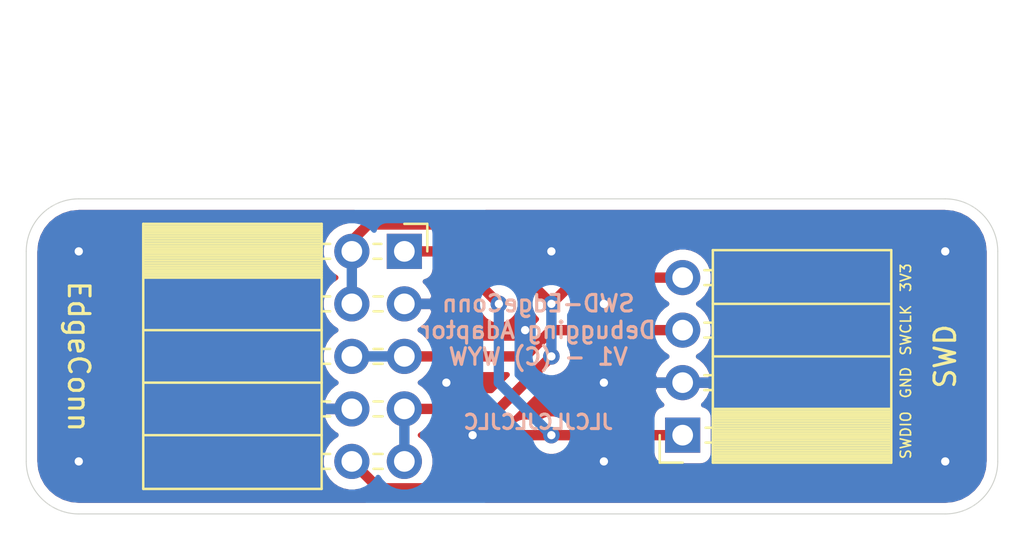
<source format=kicad_pcb>
(kicad_pcb (version 20171130) (host pcbnew "(5.1.9-0-10_14)")

  (general
    (thickness 1.6)
    (drawings 27)
    (tracks 39)
    (zones 0)
    (modules 2)
    (nets 5)
  )

  (page A4)
  (layers
    (0 F.Cu signal)
    (31 B.Cu signal)
    (32 B.Adhes user)
    (33 F.Adhes user)
    (34 B.Paste user)
    (35 F.Paste user)
    (36 B.SilkS user)
    (37 F.SilkS user)
    (38 B.Mask user)
    (39 F.Mask user)
    (40 Dwgs.User user)
    (41 Cmts.User user)
    (42 Eco1.User user)
    (43 Eco2.User user)
    (44 Edge.Cuts user)
    (45 Margin user)
    (46 B.CrtYd user)
    (47 F.CrtYd user)
    (48 B.Fab user hide)
    (49 F.Fab user hide)
  )

  (setup
    (last_trace_width 0.5)
    (user_trace_width 0.5)
    (trace_clearance 0.2)
    (zone_clearance 0.508)
    (zone_45_only no)
    (trace_min 0.2)
    (via_size 0.8)
    (via_drill 0.4)
    (via_min_size 0.4)
    (via_min_drill 0.3)
    (uvia_size 0.3)
    (uvia_drill 0.1)
    (uvias_allowed no)
    (uvia_min_size 0.2)
    (uvia_min_drill 0.1)
    (edge_width 0.05)
    (segment_width 0.2)
    (pcb_text_width 0.3)
    (pcb_text_size 1.5 1.5)
    (mod_edge_width 0.12)
    (mod_text_size 1 1)
    (mod_text_width 0.15)
    (pad_size 1.524 1.524)
    (pad_drill 0.762)
    (pad_to_mask_clearance 0)
    (aux_axis_origin 0 0)
    (visible_elements FFFFFF7F)
    (pcbplotparams
      (layerselection 0x010fc_ffffffff)
      (usegerberextensions false)
      (usegerberattributes true)
      (usegerberadvancedattributes true)
      (creategerberjobfile true)
      (excludeedgelayer true)
      (linewidth 0.100000)
      (plotframeref false)
      (viasonmask false)
      (mode 1)
      (useauxorigin false)
      (hpglpennumber 1)
      (hpglpenspeed 20)
      (hpglpendiameter 15.000000)
      (psnegative false)
      (psa4output false)
      (plotreference true)
      (plotvalue true)
      (plotinvisibletext false)
      (padsonsilk false)
      (subtractmaskfromsilk false)
      (outputformat 1)
      (mirror false)
      (drillshape 0)
      (scaleselection 1)
      (outputdirectory "Release/"))
  )

  (net 0 "")
  (net 1 SWDIO)
  (net 2 3V3)
  (net 3 GND)
  (net 4 SWCLK)

  (net_class Default "This is the default net class."
    (clearance 0.2)
    (trace_width 0.25)
    (via_dia 0.8)
    (via_drill 0.4)
    (uvia_dia 0.3)
    (uvia_drill 0.1)
    (add_net 3V3)
    (add_net GND)
    (add_net SWCLK)
    (add_net SWDIO)
  )

  (module Connector_PinSocket_2.54mm:PinSocket_1x04_P2.54mm_Horizontal (layer F.Cu) (tedit 5A19A424) (tstamp 6133E2DA)
    (at 158.75 96.52 180)
    (descr "Through hole angled socket strip, 1x04, 2.54mm pitch, 8.51mm socket length, single row (from Kicad 4.0.7), script generated")
    (tags "Through hole angled socket strip THT 1x04 2.54mm single row")
    (path /61339EB4)
    (fp_text reference J2 (at -4.38 -2.77) (layer F.Fab)
      (effects (font (size 1 1) (thickness 0.15)))
    )
    (fp_text value Conn_01x04_Female (at -4.38 10.39) (layer F.Fab)
      (effects (font (size 1 1) (thickness 0.15)))
    )
    (fp_text user %R (at -5.775 3.81 90) (layer F.Fab)
      (effects (font (size 1 1) (thickness 0.15)))
    )
    (fp_line (start -10.03 -1.27) (end -2.49 -1.27) (layer F.Fab) (width 0.1))
    (fp_line (start -2.49 -1.27) (end -1.52 -0.3) (layer F.Fab) (width 0.1))
    (fp_line (start -1.52 -0.3) (end -1.52 8.89) (layer F.Fab) (width 0.1))
    (fp_line (start -1.52 8.89) (end -10.03 8.89) (layer F.Fab) (width 0.1))
    (fp_line (start -10.03 8.89) (end -10.03 -1.27) (layer F.Fab) (width 0.1))
    (fp_line (start 0 -0.3) (end -1.52 -0.3) (layer F.Fab) (width 0.1))
    (fp_line (start -1.52 0.3) (end 0 0.3) (layer F.Fab) (width 0.1))
    (fp_line (start 0 0.3) (end 0 -0.3) (layer F.Fab) (width 0.1))
    (fp_line (start 0 2.24) (end -1.52 2.24) (layer F.Fab) (width 0.1))
    (fp_line (start -1.52 2.84) (end 0 2.84) (layer F.Fab) (width 0.1))
    (fp_line (start 0 2.84) (end 0 2.24) (layer F.Fab) (width 0.1))
    (fp_line (start 0 4.78) (end -1.52 4.78) (layer F.Fab) (width 0.1))
    (fp_line (start -1.52 5.38) (end 0 5.38) (layer F.Fab) (width 0.1))
    (fp_line (start 0 5.38) (end 0 4.78) (layer F.Fab) (width 0.1))
    (fp_line (start 0 7.32) (end -1.52 7.32) (layer F.Fab) (width 0.1))
    (fp_line (start -1.52 7.92) (end 0 7.92) (layer F.Fab) (width 0.1))
    (fp_line (start 0 7.92) (end 0 7.32) (layer F.Fab) (width 0.1))
    (fp_line (start -10.09 -1.21) (end -1.46 -1.21) (layer F.SilkS) (width 0.12))
    (fp_line (start -10.09 -1.091905) (end -1.46 -1.091905) (layer F.SilkS) (width 0.12))
    (fp_line (start -10.09 -0.97381) (end -1.46 -0.97381) (layer F.SilkS) (width 0.12))
    (fp_line (start -10.09 -0.855715) (end -1.46 -0.855715) (layer F.SilkS) (width 0.12))
    (fp_line (start -10.09 -0.73762) (end -1.46 -0.73762) (layer F.SilkS) (width 0.12))
    (fp_line (start -10.09 -0.619525) (end -1.46 -0.619525) (layer F.SilkS) (width 0.12))
    (fp_line (start -10.09 -0.50143) (end -1.46 -0.50143) (layer F.SilkS) (width 0.12))
    (fp_line (start -10.09 -0.383335) (end -1.46 -0.383335) (layer F.SilkS) (width 0.12))
    (fp_line (start -10.09 -0.26524) (end -1.46 -0.26524) (layer F.SilkS) (width 0.12))
    (fp_line (start -10.09 -0.147145) (end -1.46 -0.147145) (layer F.SilkS) (width 0.12))
    (fp_line (start -10.09 -0.02905) (end -1.46 -0.02905) (layer F.SilkS) (width 0.12))
    (fp_line (start -10.09 0.089045) (end -1.46 0.089045) (layer F.SilkS) (width 0.12))
    (fp_line (start -10.09 0.20714) (end -1.46 0.20714) (layer F.SilkS) (width 0.12))
    (fp_line (start -10.09 0.325235) (end -1.46 0.325235) (layer F.SilkS) (width 0.12))
    (fp_line (start -10.09 0.44333) (end -1.46 0.44333) (layer F.SilkS) (width 0.12))
    (fp_line (start -10.09 0.561425) (end -1.46 0.561425) (layer F.SilkS) (width 0.12))
    (fp_line (start -10.09 0.67952) (end -1.46 0.67952) (layer F.SilkS) (width 0.12))
    (fp_line (start -10.09 0.797615) (end -1.46 0.797615) (layer F.SilkS) (width 0.12))
    (fp_line (start -10.09 0.91571) (end -1.46 0.91571) (layer F.SilkS) (width 0.12))
    (fp_line (start -10.09 1.033805) (end -1.46 1.033805) (layer F.SilkS) (width 0.12))
    (fp_line (start -10.09 1.1519) (end -1.46 1.1519) (layer F.SilkS) (width 0.12))
    (fp_line (start -1.46 -0.36) (end -1.11 -0.36) (layer F.SilkS) (width 0.12))
    (fp_line (start -1.46 0.36) (end -1.11 0.36) (layer F.SilkS) (width 0.12))
    (fp_line (start -1.46 2.18) (end -1.05 2.18) (layer F.SilkS) (width 0.12))
    (fp_line (start -1.46 2.9) (end -1.05 2.9) (layer F.SilkS) (width 0.12))
    (fp_line (start -1.46 4.72) (end -1.05 4.72) (layer F.SilkS) (width 0.12))
    (fp_line (start -1.46 5.44) (end -1.05 5.44) (layer F.SilkS) (width 0.12))
    (fp_line (start -1.46 7.26) (end -1.05 7.26) (layer F.SilkS) (width 0.12))
    (fp_line (start -1.46 7.98) (end -1.05 7.98) (layer F.SilkS) (width 0.12))
    (fp_line (start -10.09 1.27) (end -1.46 1.27) (layer F.SilkS) (width 0.12))
    (fp_line (start -10.09 3.81) (end -1.46 3.81) (layer F.SilkS) (width 0.12))
    (fp_line (start -10.09 6.35) (end -1.46 6.35) (layer F.SilkS) (width 0.12))
    (fp_line (start -10.09 -1.33) (end -1.46 -1.33) (layer F.SilkS) (width 0.12))
    (fp_line (start -1.46 -1.33) (end -1.46 8.95) (layer F.SilkS) (width 0.12))
    (fp_line (start -10.09 8.95) (end -1.46 8.95) (layer F.SilkS) (width 0.12))
    (fp_line (start -10.09 -1.33) (end -10.09 8.95) (layer F.SilkS) (width 0.12))
    (fp_line (start 1.11 -1.33) (end 1.11 0) (layer F.SilkS) (width 0.12))
    (fp_line (start 0 -1.33) (end 1.11 -1.33) (layer F.SilkS) (width 0.12))
    (fp_line (start 1.75 -1.75) (end -10.55 -1.75) (layer F.CrtYd) (width 0.05))
    (fp_line (start -10.55 -1.75) (end -10.55 9.45) (layer F.CrtYd) (width 0.05))
    (fp_line (start -10.55 9.45) (end 1.75 9.45) (layer F.CrtYd) (width 0.05))
    (fp_line (start 1.75 9.45) (end 1.75 -1.75) (layer F.CrtYd) (width 0.05))
    (pad 4 thru_hole oval (at 0 7.62 180) (size 1.7 1.7) (drill 1) (layers *.Cu *.Mask)
      (net 2 3V3))
    (pad 3 thru_hole oval (at 0 5.08 180) (size 1.7 1.7) (drill 1) (layers *.Cu *.Mask)
      (net 4 SWCLK))
    (pad 2 thru_hole oval (at 0 2.54 180) (size 1.7 1.7) (drill 1) (layers *.Cu *.Mask)
      (net 3 GND))
    (pad 1 thru_hole rect (at 0 0 180) (size 1.7 1.7) (drill 1) (layers *.Cu *.Mask)
      (net 1 SWDIO))
    (model ${KISYS3DMOD}/Connector_PinSocket_2.54mm.3dshapes/PinSocket_1x04_P2.54mm_Horizontal.wrl
      (at (xyz 0 0 0))
      (scale (xyz 1 1 1))
      (rotate (xyz 0 0 0))
    )
  )

  (module Connector_PinSocket_2.54mm:PinSocket_2x05_P2.54mm_Horizontal (layer F.Cu) (tedit 5A19A422) (tstamp 6133E296)
    (at 145.288 87.63)
    (descr "Through hole angled socket strip, 2x05, 2.54mm pitch, 8.51mm socket length, double cols (from Kicad 4.0.7), script generated")
    (tags "Through hole angled socket strip THT 2x05 2.54mm double row")
    (path /613389D8)
    (fp_text reference J1 (at -5.65 -2.77) (layer F.Fab)
      (effects (font (size 1 1) (thickness 0.15)))
    )
    (fp_text value Conn_02x05_Odd_Even (at -5.65 12.93) (layer F.Fab)
      (effects (font (size 1 1) (thickness 0.15)))
    )
    (fp_text user %R (at -8.315 5.08 90) (layer F.Fab)
      (effects (font (size 1 1) (thickness 0.15)))
    )
    (fp_line (start -12.57 -1.27) (end -5.03 -1.27) (layer F.Fab) (width 0.1))
    (fp_line (start -5.03 -1.27) (end -4.06 -0.3) (layer F.Fab) (width 0.1))
    (fp_line (start -4.06 -0.3) (end -4.06 11.43) (layer F.Fab) (width 0.1))
    (fp_line (start -4.06 11.43) (end -12.57 11.43) (layer F.Fab) (width 0.1))
    (fp_line (start -12.57 11.43) (end -12.57 -1.27) (layer F.Fab) (width 0.1))
    (fp_line (start 0 -0.3) (end -4.06 -0.3) (layer F.Fab) (width 0.1))
    (fp_line (start -4.06 0.3) (end 0 0.3) (layer F.Fab) (width 0.1))
    (fp_line (start 0 0.3) (end 0 -0.3) (layer F.Fab) (width 0.1))
    (fp_line (start 0 2.24) (end -4.06 2.24) (layer F.Fab) (width 0.1))
    (fp_line (start -4.06 2.84) (end 0 2.84) (layer F.Fab) (width 0.1))
    (fp_line (start 0 2.84) (end 0 2.24) (layer F.Fab) (width 0.1))
    (fp_line (start 0 4.78) (end -4.06 4.78) (layer F.Fab) (width 0.1))
    (fp_line (start -4.06 5.38) (end 0 5.38) (layer F.Fab) (width 0.1))
    (fp_line (start 0 5.38) (end 0 4.78) (layer F.Fab) (width 0.1))
    (fp_line (start 0 7.32) (end -4.06 7.32) (layer F.Fab) (width 0.1))
    (fp_line (start -4.06 7.92) (end 0 7.92) (layer F.Fab) (width 0.1))
    (fp_line (start 0 7.92) (end 0 7.32) (layer F.Fab) (width 0.1))
    (fp_line (start 0 9.86) (end -4.06 9.86) (layer F.Fab) (width 0.1))
    (fp_line (start -4.06 10.46) (end 0 10.46) (layer F.Fab) (width 0.1))
    (fp_line (start 0 10.46) (end 0 9.86) (layer F.Fab) (width 0.1))
    (fp_line (start -12.63 -1.21) (end -4 -1.21) (layer F.SilkS) (width 0.12))
    (fp_line (start -12.63 -1.091905) (end -4 -1.091905) (layer F.SilkS) (width 0.12))
    (fp_line (start -12.63 -0.97381) (end -4 -0.97381) (layer F.SilkS) (width 0.12))
    (fp_line (start -12.63 -0.855715) (end -4 -0.855715) (layer F.SilkS) (width 0.12))
    (fp_line (start -12.63 -0.73762) (end -4 -0.73762) (layer F.SilkS) (width 0.12))
    (fp_line (start -12.63 -0.619525) (end -4 -0.619525) (layer F.SilkS) (width 0.12))
    (fp_line (start -12.63 -0.50143) (end -4 -0.50143) (layer F.SilkS) (width 0.12))
    (fp_line (start -12.63 -0.383335) (end -4 -0.383335) (layer F.SilkS) (width 0.12))
    (fp_line (start -12.63 -0.26524) (end -4 -0.26524) (layer F.SilkS) (width 0.12))
    (fp_line (start -12.63 -0.147145) (end -4 -0.147145) (layer F.SilkS) (width 0.12))
    (fp_line (start -12.63 -0.02905) (end -4 -0.02905) (layer F.SilkS) (width 0.12))
    (fp_line (start -12.63 0.089045) (end -4 0.089045) (layer F.SilkS) (width 0.12))
    (fp_line (start -12.63 0.20714) (end -4 0.20714) (layer F.SilkS) (width 0.12))
    (fp_line (start -12.63 0.325235) (end -4 0.325235) (layer F.SilkS) (width 0.12))
    (fp_line (start -12.63 0.44333) (end -4 0.44333) (layer F.SilkS) (width 0.12))
    (fp_line (start -12.63 0.561425) (end -4 0.561425) (layer F.SilkS) (width 0.12))
    (fp_line (start -12.63 0.67952) (end -4 0.67952) (layer F.SilkS) (width 0.12))
    (fp_line (start -12.63 0.797615) (end -4 0.797615) (layer F.SilkS) (width 0.12))
    (fp_line (start -12.63 0.91571) (end -4 0.91571) (layer F.SilkS) (width 0.12))
    (fp_line (start -12.63 1.033805) (end -4 1.033805) (layer F.SilkS) (width 0.12))
    (fp_line (start -12.63 1.1519) (end -4 1.1519) (layer F.SilkS) (width 0.12))
    (fp_line (start -4 -0.36) (end -3.59 -0.36) (layer F.SilkS) (width 0.12))
    (fp_line (start -1.49 -0.36) (end -1.11 -0.36) (layer F.SilkS) (width 0.12))
    (fp_line (start -4 0.36) (end -3.59 0.36) (layer F.SilkS) (width 0.12))
    (fp_line (start -1.49 0.36) (end -1.11 0.36) (layer F.SilkS) (width 0.12))
    (fp_line (start -4 2.18) (end -3.59 2.18) (layer F.SilkS) (width 0.12))
    (fp_line (start -1.49 2.18) (end -1.05 2.18) (layer F.SilkS) (width 0.12))
    (fp_line (start -4 2.9) (end -3.59 2.9) (layer F.SilkS) (width 0.12))
    (fp_line (start -1.49 2.9) (end -1.05 2.9) (layer F.SilkS) (width 0.12))
    (fp_line (start -4 4.72) (end -3.59 4.72) (layer F.SilkS) (width 0.12))
    (fp_line (start -1.49 4.72) (end -1.05 4.72) (layer F.SilkS) (width 0.12))
    (fp_line (start -4 5.44) (end -3.59 5.44) (layer F.SilkS) (width 0.12))
    (fp_line (start -1.49 5.44) (end -1.05 5.44) (layer F.SilkS) (width 0.12))
    (fp_line (start -4 7.26) (end -3.59 7.26) (layer F.SilkS) (width 0.12))
    (fp_line (start -1.49 7.26) (end -1.05 7.26) (layer F.SilkS) (width 0.12))
    (fp_line (start -4 7.98) (end -3.59 7.98) (layer F.SilkS) (width 0.12))
    (fp_line (start -1.49 7.98) (end -1.05 7.98) (layer F.SilkS) (width 0.12))
    (fp_line (start -4 9.8) (end -3.59 9.8) (layer F.SilkS) (width 0.12))
    (fp_line (start -1.49 9.8) (end -1.05 9.8) (layer F.SilkS) (width 0.12))
    (fp_line (start -4 10.52) (end -3.59 10.52) (layer F.SilkS) (width 0.12))
    (fp_line (start -1.49 10.52) (end -1.05 10.52) (layer F.SilkS) (width 0.12))
    (fp_line (start -12.63 1.27) (end -4 1.27) (layer F.SilkS) (width 0.12))
    (fp_line (start -12.63 3.81) (end -4 3.81) (layer F.SilkS) (width 0.12))
    (fp_line (start -12.63 6.35) (end -4 6.35) (layer F.SilkS) (width 0.12))
    (fp_line (start -12.63 8.89) (end -4 8.89) (layer F.SilkS) (width 0.12))
    (fp_line (start -12.63 -1.33) (end -4 -1.33) (layer F.SilkS) (width 0.12))
    (fp_line (start -4 -1.33) (end -4 11.49) (layer F.SilkS) (width 0.12))
    (fp_line (start -12.63 11.49) (end -4 11.49) (layer F.SilkS) (width 0.12))
    (fp_line (start -12.63 -1.33) (end -12.63 11.49) (layer F.SilkS) (width 0.12))
    (fp_line (start 1.11 -1.33) (end 1.11 0) (layer F.SilkS) (width 0.12))
    (fp_line (start 0 -1.33) (end 1.11 -1.33) (layer F.SilkS) (width 0.12))
    (fp_line (start 1.8 -1.75) (end -13.05 -1.75) (layer F.CrtYd) (width 0.05))
    (fp_line (start -13.05 -1.75) (end -13.05 11.95) (layer F.CrtYd) (width 0.05))
    (fp_line (start -13.05 11.95) (end 1.8 11.95) (layer F.CrtYd) (width 0.05))
    (fp_line (start 1.8 11.95) (end 1.8 -1.75) (layer F.CrtYd) (width 0.05))
    (pad 10 thru_hole oval (at -2.54 10.16) (size 1.7 1.7) (drill 1) (layers *.Cu *.Mask)
      (net 1 SWDIO))
    (pad 9 thru_hole oval (at 0 10.16) (size 1.7 1.7) (drill 1) (layers *.Cu *.Mask)
      (net 2 3V3))
    (pad 8 thru_hole oval (at -2.54 7.62) (size 1.7 1.7) (drill 1) (layers *.Cu *.Mask)
      (net 3 GND))
    (pad 7 thru_hole oval (at 0 7.62) (size 1.7 1.7) (drill 1) (layers *.Cu *.Mask)
      (net 2 3V3))
    (pad 6 thru_hole oval (at -2.54 5.08) (size 1.7 1.7) (drill 1) (layers *.Cu *.Mask)
      (net 4 SWCLK))
    (pad 5 thru_hole oval (at 0 5.08) (size 1.7 1.7) (drill 1) (layers *.Cu *.Mask)
      (net 4 SWCLK))
    (pad 4 thru_hole oval (at -2.54 2.54) (size 1.7 1.7) (drill 1) (layers *.Cu *.Mask)
      (net 2 3V3))
    (pad 3 thru_hole oval (at 0 2.54) (size 1.7 1.7) (drill 1) (layers *.Cu *.Mask)
      (net 3 GND))
    (pad 2 thru_hole oval (at -2.54 0) (size 1.7 1.7) (drill 1) (layers *.Cu *.Mask)
      (net 2 3V3))
    (pad 1 thru_hole rect (at 0 0) (size 1.7 1.7) (drill 1) (layers *.Cu *.Mask)
      (net 1 SWDIO))
    (model ${KISYS3DMOD}/Connector_PinSocket_2.54mm.3dshapes/PinSocket_2x05_P2.54mm_Horizontal.wrl
      (at (xyz 0 0 0))
      (scale (xyz 1 1 1))
      (rotate (xyz 0 0 0))
    )
  )

  (gr_text SWDIO (at 169.545 96.52 90) (layer F.SilkS) (tstamp 6133EB80)
    (effects (font (size 0.5 0.5) (thickness 0.08)))
  )
  (gr_text GND (at 169.545 93.98 90) (layer F.SilkS) (tstamp 6133EB80)
    (effects (font (size 0.5 0.5) (thickness 0.08)))
  )
  (gr_text 3V3 (at 169.545 88.9 90) (layer F.SilkS) (tstamp 6133EB80)
    (effects (font (size 0.5 0.5) (thickness 0.08)))
  )
  (gr_text SWCLK (at 169.545 91.44 90) (layer F.SilkS) (tstamp 6133EAA3)
    (effects (font (size 0.5 0.5) (thickness 0.08)))
  )
  (gr_arc (start 129.54 97.79) (end 127.254 97.79) (angle -90) (layer Margin) (width 0.15))
  (gr_arc (start 129.54 87.63) (end 129.54 85.344) (angle -90) (layer Margin) (width 0.15))
  (gr_arc (start 171.45 97.79) (end 171.45 100.076) (angle -90) (layer Margin) (width 0.15))
  (gr_arc (start 171.45 87.63) (end 173.736 87.63) (angle -90) (layer Margin) (width 0.15))
  (gr_line (start 173.736 97.79) (end 173.736 87.63) (layer Margin) (width 0.15))
  (gr_line (start 129.54 100.076) (end 171.45 100.076) (layer Margin) (width 0.15))
  (gr_line (start 127.254 87.63) (end 127.254 97.79) (layer Margin) (width 0.15))
  (gr_line (start 171.45 85.344) (end 129.54 85.344) (layer Margin) (width 0.15))
  (gr_text JLCJLCJLCJLC (at 151.765 95.885) (layer B.SilkS) (tstamp 6133E704)
    (effects (font (size 0.7 0.7) (thickness 0.15)) (justify mirror))
  )
  (dimension 24.13 (width 0.12) (layer Dwgs.User)
    (gr_text "24.130 mm" (at 161.925 80.01) (layer Dwgs.User)
      (effects (font (size 1 1) (thickness 0.15)))
    )
    (feature1 (pts (xy 149.86 83.82) (xy 149.86 80.693579)))
    (feature2 (pts (xy 173.99 83.82) (xy 173.99 80.693579)))
    (crossbar (pts (xy 173.99 81.28) (xy 149.86 81.28)))
    (arrow1a (pts (xy 149.86 81.28) (xy 150.986504 80.693579)))
    (arrow1b (pts (xy 149.86 81.28) (xy 150.986504 81.866421)))
    (arrow2a (pts (xy 173.99 81.28) (xy 172.863496 80.693579)))
    (arrow2b (pts (xy 173.99 81.28) (xy 172.863496 81.866421)))
  )
  (dimension 24.13 (width 0.12) (layer Dwgs.User)
    (gr_text "24.130 mm" (at 139.065 78.74) (layer Dwgs.User)
      (effects (font (size 1 1) (thickness 0.15)))
    )
    (feature1 (pts (xy 151.13 83.82) (xy 151.13 79.423579)))
    (feature2 (pts (xy 127 83.82) (xy 127 79.423579)))
    (crossbar (pts (xy 127 80.01) (xy 151.13 80.01)))
    (arrow1a (pts (xy 151.13 80.01) (xy 150.003496 80.596421)))
    (arrow1b (pts (xy 151.13 80.01) (xy 150.003496 79.423579)))
    (arrow2a (pts (xy 127 80.01) (xy 128.126504 80.596421)))
    (arrow2b (pts (xy 127 80.01) (xy 128.126504 79.423579)))
  )
  (dimension 46.99 (width 0.12) (layer Dwgs.User)
    (gr_text "46.990 mm" (at 150.495 76.2) (layer Dwgs.User)
      (effects (font (size 1 1) (thickness 0.15)))
    )
    (feature1 (pts (xy 173.99 82.55) (xy 173.99 76.883579)))
    (feature2 (pts (xy 127 82.55) (xy 127 76.883579)))
    (crossbar (pts (xy 127 77.47) (xy 173.99 77.47)))
    (arrow1a (pts (xy 173.99 77.47) (xy 172.863496 78.056421)))
    (arrow1b (pts (xy 173.99 77.47) (xy 172.863496 76.883579)))
    (arrow2a (pts (xy 127 77.47) (xy 128.126504 78.056421)))
    (arrow2b (pts (xy 127 77.47) (xy 128.126504 76.883579)))
  )
  (gr_text "SWD-EdgeConn\nDebugging Adaptor\nV1 - (C) WYW" (at 151.765 91.44) (layer B.SilkS) (tstamp 6133E6F5)
    (effects (font (size 0.8 0.8) (thickness 0.15)) (justify mirror))
  )
  (gr_text SWD (at 171.45 92.71 90) (layer F.SilkS) (tstamp 6133E6F5)
    (effects (font (size 1 1) (thickness 0.15)))
  )
  (gr_text EdgeConn (at 129.54 92.71 270) (layer F.SilkS)
    (effects (font (size 1 1) (thickness 0.15)))
  )
  (gr_arc (start 171.45 87.63) (end 173.99 87.63) (angle -90) (layer Edge.Cuts) (width 0.05))
  (gr_arc (start 171.45 97.79) (end 171.45 100.33) (angle -90) (layer Edge.Cuts) (width 0.05))
  (gr_arc (start 129.54 97.79) (end 127 97.79) (angle -90) (layer Edge.Cuts) (width 0.05))
  (gr_arc (start 129.54 87.63) (end 129.54 85.09) (angle -90) (layer Edge.Cuts) (width 0.05))
  (gr_line (start 171.45 85.09) (end 129.54 85.09) (layer Edge.Cuts) (width 0.05) (tstamp 6133E647))
  (gr_line (start 173.99 97.79) (end 173.99 87.63) (layer Edge.Cuts) (width 0.05))
  (gr_line (start 129.54 100.33) (end 171.45 100.33) (layer Edge.Cuts) (width 0.05))
  (gr_line (start 127 87.63) (end 127 97.79) (layer Edge.Cuts) (width 0.05))

  (segment (start 147.32 87.63) (end 149.86 90.17) (width 0.5) (layer F.Cu) (net 1))
  (via (at 149.86 90.17) (size 0.8) (drill 0.4) (layers F.Cu B.Cu) (net 1))
  (segment (start 145.288 87.63) (end 147.32 87.63) (width 0.5) (layer F.Cu) (net 1))
  (segment (start 149.86 90.17) (end 149.86 93.98) (width 0.5) (layer B.Cu) (net 1))
  (via (at 152.4 96.52) (size 0.8) (drill 0.4) (layers F.Cu B.Cu) (net 1))
  (segment (start 149.86 93.98) (end 152.4 96.52) (width 0.5) (layer B.Cu) (net 1))
  (segment (start 152.4 96.52) (end 158.75 96.52) (width 0.5) (layer F.Cu) (net 1))
  (segment (start 144.048001 99.090001) (end 148.559999 99.090001) (width 0.5) (layer F.Cu) (net 1))
  (segment (start 142.748 97.79) (end 144.048001 99.090001) (width 0.5) (layer F.Cu) (net 1))
  (segment (start 151.13 96.52) (end 152.4 96.52) (width 0.5) (layer F.Cu) (net 1))
  (segment (start 148.559999 99.090001) (end 151.13 96.52) (width 0.5) (layer F.Cu) (net 1))
  (segment (start 142.748 87.63) (end 142.748 90.17) (width 0.5) (layer B.Cu) (net 2))
  (segment (start 145.288 97.79) (end 145.288 95.25) (width 0.5) (layer B.Cu) (net 2))
  (segment (start 149.86 95.25) (end 152.4 92.71) (width 0.5) (layer F.Cu) (net 2))
  (via (at 152.4 92.71) (size 0.8) (drill 0.4) (layers F.Cu B.Cu) (net 2))
  (segment (start 145.288 95.25) (end 149.86 95.25) (width 0.5) (layer F.Cu) (net 2))
  (via (at 152.4 90.17) (size 0.8) (drill 0.4) (layers F.Cu B.Cu) (net 2))
  (segment (start 152.4 92.71) (end 152.4 90.17) (width 0.5) (layer B.Cu) (net 2))
  (segment (start 152.4 90.17) (end 153.67 88.9) (width 0.5) (layer F.Cu) (net 2))
  (segment (start 153.67 88.9) (end 158.75 88.9) (width 0.5) (layer F.Cu) (net 2))
  (segment (start 142.748 87.63) (end 142.748 87.122) (width 0.5) (layer F.Cu) (net 2))
  (segment (start 143.540001 86.329999) (end 148.559999 86.329999) (width 0.5) (layer F.Cu) (net 2))
  (segment (start 142.748 87.122) (end 143.540001 86.329999) (width 0.5) (layer F.Cu) (net 2))
  (segment (start 148.559999 86.329999) (end 152.4 90.17) (width 0.5) (layer F.Cu) (net 2))
  (via (at 171.45 87.63) (size 0.8) (drill 0.4) (layers F.Cu B.Cu) (net 3))
  (via (at 171.45 97.79) (size 0.8) (drill 0.4) (layers F.Cu B.Cu) (net 3))
  (via (at 129.54 87.63) (size 0.8) (drill 0.4) (layers F.Cu B.Cu) (net 3))
  (via (at 129.54 97.79) (size 0.8) (drill 0.4) (layers F.Cu B.Cu) (net 3))
  (via (at 154.94 90.17) (size 0.8) (drill 0.4) (layers F.Cu B.Cu) (net 3))
  (via (at 154.94 93.98) (size 0.8) (drill 0.4) (layers F.Cu B.Cu) (net 3))
  (via (at 147.32 93.98) (size 0.8) (drill 0.4) (layers F.Cu B.Cu) (net 3))
  (via (at 151.13 91.44) (size 0.8) (drill 0.4) (layers F.Cu B.Cu) (net 3))
  (via (at 148.59 96.52) (size 0.8) (drill 0.4) (layers F.Cu B.Cu) (net 3))
  (via (at 152.4 87.63) (size 0.8) (drill 0.4) (layers F.Cu B.Cu) (net 3))
  (via (at 154.94 97.79) (size 0.8) (drill 0.4) (layers F.Cu B.Cu) (net 3))
  (segment (start 142.748 92.71) (end 145.288 92.71) (width 0.5) (layer B.Cu) (net 4))
  (segment (start 145.288 92.71) (end 151.13 92.71) (width 0.5) (layer F.Cu) (net 4))
  (segment (start 152.4 91.44) (end 158.75 91.44) (width 0.5) (layer F.Cu) (net 4))
  (segment (start 151.13 92.71) (end 152.4 91.44) (width 0.5) (layer F.Cu) (net 4))

  (zone (net 3) (net_name GND) (layer F.Cu) (tstamp 6133EC49) (hatch edge 0.508)
    (connect_pads (clearance 0.508))
    (min_thickness 0.254)
    (fill yes (arc_segments 32) (thermal_gap 0.508) (thermal_bridge_width 0.508))
    (polygon
      (pts
        (xy 175.26 101.6) (xy 125.73 101.6) (xy 125.73 83.82) (xy 175.26 83.82)
      )
    )
    (filled_polygon
      (pts
        (xy 142.441559 86.176862) (xy 142.314842 86.202068) (xy 142.044589 86.31401) (xy 141.801368 86.476525) (xy 141.594525 86.683368)
        (xy 141.43201 86.926589) (xy 141.320068 87.196842) (xy 141.263 87.48374) (xy 141.263 87.77626) (xy 141.320068 88.063158)
        (xy 141.43201 88.333411) (xy 141.594525 88.576632) (xy 141.801368 88.783475) (xy 141.97576 88.9) (xy 141.801368 89.016525)
        (xy 141.594525 89.223368) (xy 141.43201 89.466589) (xy 141.320068 89.736842) (xy 141.263 90.02374) (xy 141.263 90.31626)
        (xy 141.320068 90.603158) (xy 141.43201 90.873411) (xy 141.594525 91.116632) (xy 141.801368 91.323475) (xy 141.97576 91.44)
        (xy 141.801368 91.556525) (xy 141.594525 91.763368) (xy 141.43201 92.006589) (xy 141.320068 92.276842) (xy 141.263 92.56374)
        (xy 141.263 92.85626) (xy 141.320068 93.143158) (xy 141.43201 93.413411) (xy 141.594525 93.656632) (xy 141.801368 93.863475)
        (xy 141.983534 93.985195) (xy 141.866645 94.054822) (xy 141.650412 94.249731) (xy 141.476359 94.48308) (xy 141.351175 94.745901)
        (xy 141.306524 94.89311) (xy 141.427845 95.123) (xy 142.621 95.123) (xy 142.621 95.103) (xy 142.875 95.103)
        (xy 142.875 95.123) (xy 142.895 95.123) (xy 142.895 95.377) (xy 142.875 95.377) (xy 142.875 95.397)
        (xy 142.621 95.397) (xy 142.621 95.377) (xy 141.427845 95.377) (xy 141.306524 95.60689) (xy 141.351175 95.754099)
        (xy 141.476359 96.01692) (xy 141.650412 96.250269) (xy 141.866645 96.445178) (xy 141.983534 96.514805) (xy 141.801368 96.636525)
        (xy 141.594525 96.843368) (xy 141.43201 97.086589) (xy 141.320068 97.356842) (xy 141.263 97.64374) (xy 141.263 97.93626)
        (xy 141.320068 98.223158) (xy 141.43201 98.493411) (xy 141.594525 98.736632) (xy 141.801368 98.943475) (xy 142.044589 99.10599)
        (xy 142.314842 99.217932) (xy 142.60174 99.275) (xy 142.89426 99.275) (xy 142.96696 99.260539) (xy 143.376421 99.67)
        (xy 129.572279 99.67) (xy 129.175455 99.631091) (xy 128.824794 99.52522) (xy 128.501377 99.353257) (xy 128.217518 99.121748)
        (xy 127.984035 98.839514) (xy 127.809816 98.517304) (xy 127.701498 98.167385) (xy 127.66 97.772557) (xy 127.66 87.662279)
        (xy 127.698909 87.265455) (xy 127.80478 86.914792) (xy 127.976744 86.591375) (xy 128.208254 86.307516) (xy 128.490486 86.074035)
        (xy 128.812695 85.899817) (xy 129.162614 85.791498) (xy 129.557443 85.75) (xy 142.868421 85.75)
      )
    )
    (filled_polygon
      (pts
        (xy 171.814545 85.788909) (xy 172.165208 85.89478) (xy 172.488625 86.066744) (xy 172.772484 86.298254) (xy 173.005965 86.580486)
        (xy 173.180183 86.902695) (xy 173.288502 87.252614) (xy 173.330001 87.647452) (xy 173.33 97.757721) (xy 173.291091 98.154545)
        (xy 173.18522 98.505206) (xy 173.013257 98.828623) (xy 172.781748 99.112482) (xy 172.499514 99.345965) (xy 172.177304 99.520184)
        (xy 171.827385 99.628502) (xy 171.432557 99.67) (xy 149.231578 99.67) (xy 151.496579 97.405) (xy 151.861546 97.405)
        (xy 151.909744 97.437205) (xy 152.098102 97.515226) (xy 152.298061 97.555) (xy 152.501939 97.555) (xy 152.701898 97.515226)
        (xy 152.890256 97.437205) (xy 152.938454 97.405) (xy 157.265375 97.405) (xy 157.274188 97.494482) (xy 157.310498 97.61418)
        (xy 157.369463 97.724494) (xy 157.448815 97.821185) (xy 157.545506 97.900537) (xy 157.65582 97.959502) (xy 157.775518 97.995812)
        (xy 157.9 98.008072) (xy 159.6 98.008072) (xy 159.724482 97.995812) (xy 159.84418 97.959502) (xy 159.954494 97.900537)
        (xy 160.051185 97.821185) (xy 160.130537 97.724494) (xy 160.189502 97.61418) (xy 160.225812 97.494482) (xy 160.238072 97.37)
        (xy 160.238072 95.67) (xy 160.225812 95.545518) (xy 160.189502 95.42582) (xy 160.130537 95.315506) (xy 160.051185 95.218815)
        (xy 159.954494 95.139463) (xy 159.84418 95.080498) (xy 159.763534 95.056034) (xy 159.847588 94.980269) (xy 160.021641 94.74692)
        (xy 160.146825 94.484099) (xy 160.191476 94.33689) (xy 160.070155 94.107) (xy 158.877 94.107) (xy 158.877 94.127)
        (xy 158.623 94.127) (xy 158.623 94.107) (xy 157.429845 94.107) (xy 157.308524 94.33689) (xy 157.353175 94.484099)
        (xy 157.478359 94.74692) (xy 157.652412 94.980269) (xy 157.736466 95.056034) (xy 157.65582 95.080498) (xy 157.545506 95.139463)
        (xy 157.448815 95.218815) (xy 157.369463 95.315506) (xy 157.310498 95.42582) (xy 157.274188 95.545518) (xy 157.265375 95.635)
        (xy 152.938454 95.635) (xy 152.890256 95.602795) (xy 152.701898 95.524774) (xy 152.501939 95.485) (xy 152.298061 95.485)
        (xy 152.098102 95.524774) (xy 151.909744 95.602795) (xy 151.861546 95.635) (xy 151.173465 95.635) (xy 151.129999 95.630719)
        (xy 151.086533 95.635) (xy 151.086523 95.635) (xy 150.95651 95.647805) (xy 150.789687 95.698411) (xy 150.635941 95.780589)
        (xy 150.635939 95.78059) (xy 150.63594 95.78059) (xy 150.534953 95.863468) (xy 150.534951 95.86347) (xy 150.501183 95.891183)
        (xy 150.47347 95.924951) (xy 148.193421 98.205001) (xy 146.719544 98.205001) (xy 146.773 97.93626) (xy 146.773 97.64374)
        (xy 146.715932 97.356842) (xy 146.60399 97.086589) (xy 146.441475 96.843368) (xy 146.234632 96.636525) (xy 146.06024 96.52)
        (xy 146.234632 96.403475) (xy 146.441475 96.196632) (xy 146.482656 96.135) (xy 149.816531 96.135) (xy 149.86 96.139281)
        (xy 149.903469 96.135) (xy 149.903477 96.135) (xy 150.03349 96.122195) (xy 150.200313 96.071589) (xy 150.354059 95.989411)
        (xy 150.488817 95.878817) (xy 150.516534 95.845044) (xy 152.645044 93.716535) (xy 152.701898 93.705226) (xy 152.890256 93.627205)
        (xy 153.059774 93.513937) (xy 153.203937 93.369774) (xy 153.317205 93.200256) (xy 153.395226 93.011898) (xy 153.435 92.811939)
        (xy 153.435 92.608061) (xy 153.395226 92.408102) (xy 153.360804 92.325) (xy 157.555344 92.325) (xy 157.596525 92.386632)
        (xy 157.803368 92.593475) (xy 157.985534 92.715195) (xy 157.868645 92.784822) (xy 157.652412 92.979731) (xy 157.478359 93.21308)
        (xy 157.353175 93.475901) (xy 157.308524 93.62311) (xy 157.429845 93.853) (xy 158.623 93.853) (xy 158.623 93.833)
        (xy 158.877 93.833) (xy 158.877 93.853) (xy 160.070155 93.853) (xy 160.191476 93.62311) (xy 160.146825 93.475901)
        (xy 160.021641 93.21308) (xy 159.847588 92.979731) (xy 159.631355 92.784822) (xy 159.514466 92.715195) (xy 159.696632 92.593475)
        (xy 159.903475 92.386632) (xy 160.06599 92.143411) (xy 160.177932 91.873158) (xy 160.235 91.58626) (xy 160.235 91.29374)
        (xy 160.177932 91.006842) (xy 160.06599 90.736589) (xy 159.903475 90.493368) (xy 159.696632 90.286525) (xy 159.52224 90.17)
        (xy 159.696632 90.053475) (xy 159.903475 89.846632) (xy 160.06599 89.603411) (xy 160.177932 89.333158) (xy 160.235 89.04626)
        (xy 160.235 88.75374) (xy 160.177932 88.466842) (xy 160.06599 88.196589) (xy 159.903475 87.953368) (xy 159.696632 87.746525)
        (xy 159.453411 87.58401) (xy 159.183158 87.472068) (xy 158.89626 87.415) (xy 158.60374 87.415) (xy 158.316842 87.472068)
        (xy 158.046589 87.58401) (xy 157.803368 87.746525) (xy 157.596525 87.953368) (xy 157.555344 88.015) (xy 153.713465 88.015)
        (xy 153.669999 88.010719) (xy 153.626533 88.015) (xy 153.626523 88.015) (xy 153.49651 88.027805) (xy 153.329687 88.078411)
        (xy 153.175941 88.160589) (xy 153.175939 88.16059) (xy 153.17594 88.16059) (xy 153.074953 88.243468) (xy 153.074951 88.24347)
        (xy 153.041183 88.271183) (xy 153.01347 88.304951) (xy 152.4 88.918421) (xy 149.231578 85.75) (xy 171.417721 85.75)
      )
    )
    (filled_polygon
      (pts
        (xy 149.493422 94.365) (xy 146.482656 94.365) (xy 146.441475 94.303368) (xy 146.234632 94.096525) (xy 146.06024 93.98)
        (xy 146.234632 93.863475) (xy 146.441475 93.656632) (xy 146.482656 93.595) (xy 150.263422 93.595)
      )
    )
    (filled_polygon
      (pts
        (xy 148.853465 90.415044) (xy 148.864774 90.471898) (xy 148.942795 90.660256) (xy 149.056063 90.829774) (xy 149.200226 90.973937)
        (xy 149.369744 91.087205) (xy 149.558102 91.165226) (xy 149.758061 91.205) (xy 149.961939 91.205) (xy 150.161898 91.165226)
        (xy 150.350256 91.087205) (xy 150.519774 90.973937) (xy 150.663937 90.829774) (xy 150.777205 90.660256) (xy 150.855226 90.471898)
        (xy 150.895 90.271939) (xy 150.895 90.068061) (xy 150.857387 89.878966) (xy 151.393465 90.415044) (xy 151.404774 90.471898)
        (xy 151.482795 90.660256) (xy 151.596063 90.829774) (xy 151.677355 90.911066) (xy 150.763422 91.825) (xy 146.482656 91.825)
        (xy 146.441475 91.763368) (xy 146.234632 91.556525) (xy 146.052466 91.434805) (xy 146.169355 91.365178) (xy 146.385588 91.170269)
        (xy 146.559641 90.93692) (xy 146.684825 90.674099) (xy 146.729476 90.52689) (xy 146.608155 90.297) (xy 145.415 90.297)
        (xy 145.415 90.317) (xy 145.161 90.317) (xy 145.161 90.297) (xy 145.141 90.297) (xy 145.141 90.043)
        (xy 145.161 90.043) (xy 145.161 90.023) (xy 145.415 90.023) (xy 145.415 90.043) (xy 146.608155 90.043)
        (xy 146.729476 89.81311) (xy 146.684825 89.665901) (xy 146.559641 89.40308) (xy 146.385588 89.169731) (xy 146.301534 89.093966)
        (xy 146.38218 89.069502) (xy 146.492494 89.010537) (xy 146.589185 88.931185) (xy 146.668537 88.834494) (xy 146.727502 88.72418)
        (xy 146.763812 88.604482) (xy 146.772625 88.515) (xy 146.953422 88.515)
      )
    )
    (filled_polygon
      (pts
        (xy 157.596525 89.846632) (xy 157.803368 90.053475) (xy 157.97776 90.17) (xy 157.803368 90.286525) (xy 157.596525 90.493368)
        (xy 157.555344 90.555) (xy 153.360804 90.555) (xy 153.395226 90.471898) (xy 153.406535 90.415043) (xy 154.036579 89.785)
        (xy 157.555344 89.785)
      )
    )
  )
  (zone (net 3) (net_name GND) (layer B.Cu) (tstamp 6133EC46) (hatch edge 0.508)
    (connect_pads (clearance 0.508))
    (min_thickness 0.254)
    (fill yes (arc_segments 32) (thermal_gap 0.508) (thermal_bridge_width 0.508))
    (polygon
      (pts
        (xy 175.26 101.6) (xy 125.73 101.6) (xy 125.73 83.82) (xy 175.26 83.82)
      )
    )
    (filled_polygon
      (pts
        (xy 171.814545 85.788909) (xy 172.165208 85.89478) (xy 172.488625 86.066744) (xy 172.772484 86.298254) (xy 173.005965 86.580486)
        (xy 173.180183 86.902695) (xy 173.288502 87.252614) (xy 173.330001 87.647452) (xy 173.33 97.757721) (xy 173.291091 98.154545)
        (xy 173.18522 98.505206) (xy 173.013257 98.828623) (xy 172.781748 99.112482) (xy 172.499514 99.345965) (xy 172.177304 99.520184)
        (xy 171.827385 99.628502) (xy 171.432557 99.67) (xy 129.572279 99.67) (xy 129.175455 99.631091) (xy 128.824794 99.52522)
        (xy 128.501377 99.353257) (xy 128.217518 99.121748) (xy 127.984035 98.839514) (xy 127.809816 98.517304) (xy 127.701498 98.167385)
        (xy 127.66 97.772557) (xy 127.66 87.662279) (xy 127.677505 87.48374) (xy 141.263 87.48374) (xy 141.263 87.77626)
        (xy 141.320068 88.063158) (xy 141.43201 88.333411) (xy 141.594525 88.576632) (xy 141.801368 88.783475) (xy 141.863 88.824656)
        (xy 141.863001 88.975343) (xy 141.801368 89.016525) (xy 141.594525 89.223368) (xy 141.43201 89.466589) (xy 141.320068 89.736842)
        (xy 141.263 90.02374) (xy 141.263 90.31626) (xy 141.320068 90.603158) (xy 141.43201 90.873411) (xy 141.594525 91.116632)
        (xy 141.801368 91.323475) (xy 141.97576 91.44) (xy 141.801368 91.556525) (xy 141.594525 91.763368) (xy 141.43201 92.006589)
        (xy 141.320068 92.276842) (xy 141.263 92.56374) (xy 141.263 92.85626) (xy 141.320068 93.143158) (xy 141.43201 93.413411)
        (xy 141.594525 93.656632) (xy 141.801368 93.863475) (xy 141.983534 93.985195) (xy 141.866645 94.054822) (xy 141.650412 94.249731)
        (xy 141.476359 94.48308) (xy 141.351175 94.745901) (xy 141.306524 94.89311) (xy 141.427845 95.123) (xy 142.621 95.123)
        (xy 142.621 95.103) (xy 142.875 95.103) (xy 142.875 95.123) (xy 142.895 95.123) (xy 142.895 95.377)
        (xy 142.875 95.377) (xy 142.875 95.397) (xy 142.621 95.397) (xy 142.621 95.377) (xy 141.427845 95.377)
        (xy 141.306524 95.60689) (xy 141.351175 95.754099) (xy 141.476359 96.01692) (xy 141.650412 96.250269) (xy 141.866645 96.445178)
        (xy 141.983534 96.514805) (xy 141.801368 96.636525) (xy 141.594525 96.843368) (xy 141.43201 97.086589) (xy 141.320068 97.356842)
        (xy 141.263 97.64374) (xy 141.263 97.93626) (xy 141.320068 98.223158) (xy 141.43201 98.493411) (xy 141.594525 98.736632)
        (xy 141.801368 98.943475) (xy 142.044589 99.10599) (xy 142.314842 99.217932) (xy 142.60174 99.275) (xy 142.89426 99.275)
        (xy 143.181158 99.217932) (xy 143.451411 99.10599) (xy 143.694632 98.943475) (xy 143.901475 98.736632) (xy 144.018 98.56224)
        (xy 144.134525 98.736632) (xy 144.341368 98.943475) (xy 144.584589 99.10599) (xy 144.854842 99.217932) (xy 145.14174 99.275)
        (xy 145.43426 99.275) (xy 145.721158 99.217932) (xy 145.991411 99.10599) (xy 146.234632 98.943475) (xy 146.441475 98.736632)
        (xy 146.60399 98.493411) (xy 146.715932 98.223158) (xy 146.773 97.93626) (xy 146.773 97.64374) (xy 146.715932 97.356842)
        (xy 146.60399 97.086589) (xy 146.441475 96.843368) (xy 146.234632 96.636525) (xy 146.173 96.595344) (xy 146.173 96.444656)
        (xy 146.234632 96.403475) (xy 146.441475 96.196632) (xy 146.60399 95.953411) (xy 146.715932 95.683158) (xy 146.773 95.39626)
        (xy 146.773 95.10374) (xy 146.715932 94.816842) (xy 146.60399 94.546589) (xy 146.441475 94.303368) (xy 146.234632 94.096525)
        (xy 146.06024 93.98) (xy 146.234632 93.863475) (xy 146.441475 93.656632) (xy 146.60399 93.413411) (xy 146.715932 93.143158)
        (xy 146.773 92.85626) (xy 146.773 92.56374) (xy 146.715932 92.276842) (xy 146.60399 92.006589) (xy 146.441475 91.763368)
        (xy 146.234632 91.556525) (xy 146.052466 91.434805) (xy 146.169355 91.365178) (xy 146.385588 91.170269) (xy 146.559641 90.93692)
        (xy 146.684825 90.674099) (xy 146.729476 90.52689) (xy 146.608155 90.297) (xy 145.415 90.297) (xy 145.415 90.317)
        (xy 145.161 90.317) (xy 145.161 90.297) (xy 145.141 90.297) (xy 145.141 90.068061) (xy 148.825 90.068061)
        (xy 148.825 90.271939) (xy 148.864774 90.471898) (xy 148.942795 90.660256) (xy 148.975 90.708455) (xy 148.975001 93.936521)
        (xy 148.970719 93.98) (xy 148.987805 94.15349) (xy 149.038412 94.320313) (xy 149.12059 94.474059) (xy 149.203468 94.575046)
        (xy 149.203471 94.575049) (xy 149.231184 94.608817) (xy 149.264951 94.636529) (xy 151.393465 96.765044) (xy 151.404774 96.821898)
        (xy 151.482795 97.010256) (xy 151.596063 97.179774) (xy 151.740226 97.323937) (xy 151.909744 97.437205) (xy 152.098102 97.515226)
        (xy 152.298061 97.555) (xy 152.501939 97.555) (xy 152.701898 97.515226) (xy 152.890256 97.437205) (xy 153.059774 97.323937)
        (xy 153.203937 97.179774) (xy 153.317205 97.010256) (xy 153.395226 96.821898) (xy 153.435 96.621939) (xy 153.435 96.418061)
        (xy 153.395226 96.218102) (xy 153.317205 96.029744) (xy 153.203937 95.860226) (xy 153.059774 95.716063) (xy 152.990836 95.67)
        (xy 157.261928 95.67) (xy 157.261928 97.37) (xy 157.274188 97.494482) (xy 157.310498 97.61418) (xy 157.369463 97.724494)
        (xy 157.448815 97.821185) (xy 157.545506 97.900537) (xy 157.65582 97.959502) (xy 157.775518 97.995812) (xy 157.9 98.008072)
        (xy 159.6 98.008072) (xy 159.724482 97.995812) (xy 159.84418 97.959502) (xy 159.954494 97.900537) (xy 160.051185 97.821185)
        (xy 160.130537 97.724494) (xy 160.189502 97.61418) (xy 160.225812 97.494482) (xy 160.238072 97.37) (xy 160.238072 95.67)
        (xy 160.225812 95.545518) (xy 160.189502 95.42582) (xy 160.130537 95.315506) (xy 160.051185 95.218815) (xy 159.954494 95.139463)
        (xy 159.84418 95.080498) (xy 159.763534 95.056034) (xy 159.847588 94.980269) (xy 160.021641 94.74692) (xy 160.146825 94.484099)
        (xy 160.191476 94.33689) (xy 160.070155 94.107) (xy 158.877 94.107) (xy 158.877 94.127) (xy 158.623 94.127)
        (xy 158.623 94.107) (xy 157.429845 94.107) (xy 157.308524 94.33689) (xy 157.353175 94.484099) (xy 157.478359 94.74692)
        (xy 157.652412 94.980269) (xy 157.736466 95.056034) (xy 157.65582 95.080498) (xy 157.545506 95.139463) (xy 157.448815 95.218815)
        (xy 157.369463 95.315506) (xy 157.310498 95.42582) (xy 157.274188 95.545518) (xy 157.261928 95.67) (xy 152.990836 95.67)
        (xy 152.890256 95.602795) (xy 152.701898 95.524774) (xy 152.645044 95.513465) (xy 150.745 93.613422) (xy 150.745 90.708454)
        (xy 150.777205 90.660256) (xy 150.855226 90.471898) (xy 150.895 90.271939) (xy 150.895 90.068061) (xy 151.365 90.068061)
        (xy 151.365 90.271939) (xy 151.404774 90.471898) (xy 151.482795 90.660256) (xy 151.515001 90.708455) (xy 151.515 92.171545)
        (xy 151.482795 92.219744) (xy 151.404774 92.408102) (xy 151.365 92.608061) (xy 151.365 92.811939) (xy 151.404774 93.011898)
        (xy 151.482795 93.200256) (xy 151.596063 93.369774) (xy 151.740226 93.513937) (xy 151.909744 93.627205) (xy 152.098102 93.705226)
        (xy 152.298061 93.745) (xy 152.501939 93.745) (xy 152.701898 93.705226) (xy 152.890256 93.627205) (xy 153.059774 93.513937)
        (xy 153.203937 93.369774) (xy 153.317205 93.200256) (xy 153.395226 93.011898) (xy 153.435 92.811939) (xy 153.435 92.608061)
        (xy 153.395226 92.408102) (xy 153.317205 92.219744) (xy 153.285 92.171546) (xy 153.285 90.708454) (xy 153.317205 90.660256)
        (xy 153.395226 90.471898) (xy 153.435 90.271939) (xy 153.435 90.068061) (xy 153.395226 89.868102) (xy 153.317205 89.679744)
        (xy 153.203937 89.510226) (xy 153.059774 89.366063) (xy 152.890256 89.252795) (xy 152.701898 89.174774) (xy 152.501939 89.135)
        (xy 152.298061 89.135) (xy 152.098102 89.174774) (xy 151.909744 89.252795) (xy 151.740226 89.366063) (xy 151.596063 89.510226)
        (xy 151.482795 89.679744) (xy 151.404774 89.868102) (xy 151.365 90.068061) (xy 150.895 90.068061) (xy 150.855226 89.868102)
        (xy 150.777205 89.679744) (xy 150.663937 89.510226) (xy 150.519774 89.366063) (xy 150.350256 89.252795) (xy 150.161898 89.174774)
        (xy 149.961939 89.135) (xy 149.758061 89.135) (xy 149.558102 89.174774) (xy 149.369744 89.252795) (xy 149.200226 89.366063)
        (xy 149.056063 89.510226) (xy 148.942795 89.679744) (xy 148.864774 89.868102) (xy 148.825 90.068061) (xy 145.141 90.068061)
        (xy 145.141 90.043) (xy 145.161 90.043) (xy 145.161 90.023) (xy 145.415 90.023) (xy 145.415 90.043)
        (xy 146.608155 90.043) (xy 146.729476 89.81311) (xy 146.684825 89.665901) (xy 146.559641 89.40308) (xy 146.385588 89.169731)
        (xy 146.301534 89.093966) (xy 146.38218 89.069502) (xy 146.492494 89.010537) (xy 146.589185 88.931185) (xy 146.668537 88.834494)
        (xy 146.711701 88.75374) (xy 157.265 88.75374) (xy 157.265 89.04626) (xy 157.322068 89.333158) (xy 157.43401 89.603411)
        (xy 157.596525 89.846632) (xy 157.803368 90.053475) (xy 157.97776 90.17) (xy 157.803368 90.286525) (xy 157.596525 90.493368)
        (xy 157.43401 90.736589) (xy 157.322068 91.006842) (xy 157.265 91.29374) (xy 157.265 91.58626) (xy 157.322068 91.873158)
        (xy 157.43401 92.143411) (xy 157.596525 92.386632) (xy 157.803368 92.593475) (xy 157.985534 92.715195) (xy 157.868645 92.784822)
        (xy 157.652412 92.979731) (xy 157.478359 93.21308) (xy 157.353175 93.475901) (xy 157.308524 93.62311) (xy 157.429845 93.853)
        (xy 158.623 93.853) (xy 158.623 93.833) (xy 158.877 93.833) (xy 158.877 93.853) (xy 160.070155 93.853)
        (xy 160.191476 93.62311) (xy 160.146825 93.475901) (xy 160.021641 93.21308) (xy 159.847588 92.979731) (xy 159.631355 92.784822)
        (xy 159.514466 92.715195) (xy 159.696632 92.593475) (xy 159.903475 92.386632) (xy 160.06599 92.143411) (xy 160.177932 91.873158)
        (xy 160.235 91.58626) (xy 160.235 91.29374) (xy 160.177932 91.006842) (xy 160.06599 90.736589) (xy 159.903475 90.493368)
        (xy 159.696632 90.286525) (xy 159.52224 90.17) (xy 159.696632 90.053475) (xy 159.903475 89.846632) (xy 160.06599 89.603411)
        (xy 160.177932 89.333158) (xy 160.235 89.04626) (xy 160.235 88.75374) (xy 160.177932 88.466842) (xy 160.06599 88.196589)
        (xy 159.903475 87.953368) (xy 159.696632 87.746525) (xy 159.453411 87.58401) (xy 159.183158 87.472068) (xy 158.89626 87.415)
        (xy 158.60374 87.415) (xy 158.316842 87.472068) (xy 158.046589 87.58401) (xy 157.803368 87.746525) (xy 157.596525 87.953368)
        (xy 157.43401 88.196589) (xy 157.322068 88.466842) (xy 157.265 88.75374) (xy 146.711701 88.75374) (xy 146.727502 88.72418)
        (xy 146.763812 88.604482) (xy 146.776072 88.48) (xy 146.776072 86.78) (xy 146.763812 86.655518) (xy 146.727502 86.53582)
        (xy 146.668537 86.425506) (xy 146.589185 86.328815) (xy 146.492494 86.249463) (xy 146.38218 86.190498) (xy 146.262482 86.154188)
        (xy 146.138 86.141928) (xy 144.438 86.141928) (xy 144.313518 86.154188) (xy 144.19382 86.190498) (xy 144.083506 86.249463)
        (xy 143.986815 86.328815) (xy 143.907463 86.425506) (xy 143.848498 86.53582) (xy 143.826487 86.60838) (xy 143.694632 86.476525)
        (xy 143.451411 86.31401) (xy 143.181158 86.202068) (xy 142.89426 86.145) (xy 142.60174 86.145) (xy 142.314842 86.202068)
        (xy 142.044589 86.31401) (xy 141.801368 86.476525) (xy 141.594525 86.683368) (xy 141.43201 86.926589) (xy 141.320068 87.196842)
        (xy 141.263 87.48374) (xy 127.677505 87.48374) (xy 127.698909 87.265455) (xy 127.80478 86.914792) (xy 127.976744 86.591375)
        (xy 128.208254 86.307516) (xy 128.490486 86.074035) (xy 128.812695 85.899817) (xy 129.162614 85.791498) (xy 129.557443 85.75)
        (xy 171.417721 85.75)
      )
    )
  )
)

</source>
